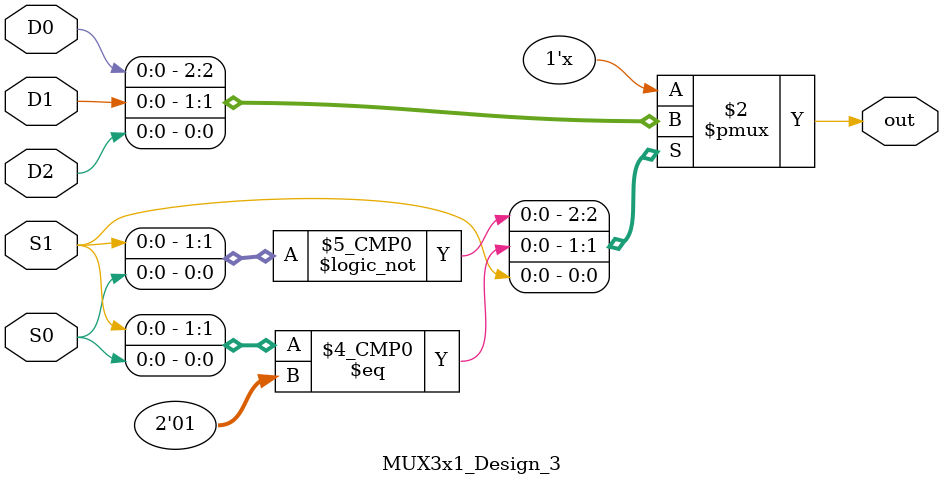
<source format=v>
module MUX3x1_Design_3 ( output reg out,
                input D0,D1,D2,S0,S1);
     always @(*) begin
        casex ({S1,S0})
            2'b00  : out = D0; 
            2'b01  : out = D1;
            2'b1x  : out = D2;
        endcase
     end
endmodule
</source>
